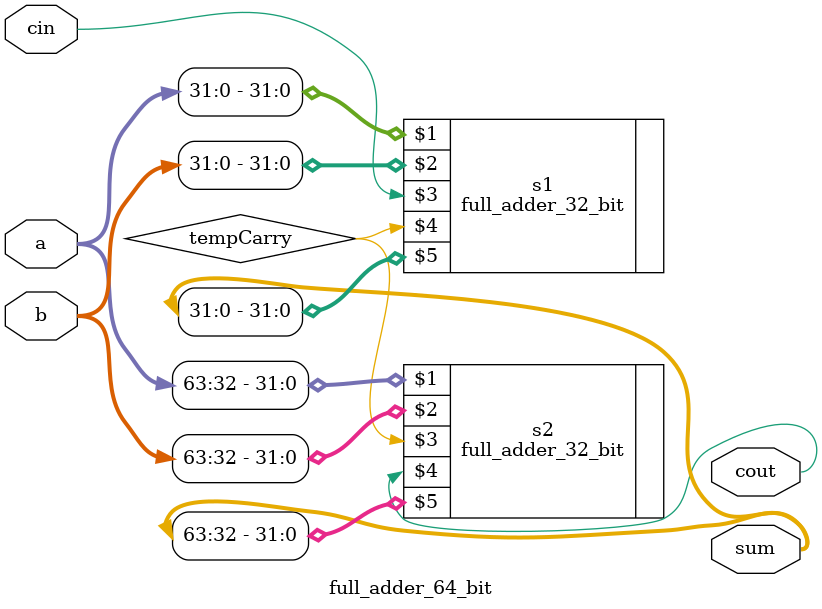
<source format=v>
`timescale 1ns / 1ps
module full_adder_64_bit (a, b, cin, cout, sum);
    input[63:0] a, b;               // two 64 bits inputs a and b
    input cin;                      // single bit input cin
    output [63:0] sum;              // 64 bits output sum
    output cout;                    // single bit output cout
    wire tempCarry;                 // single bit to store temporary carry

// construction of a 64 bit adder using two 32 bit adders
    full_adder_32_bit s1(a[31:0], b[31:0], cin, tempCarry, sum[31:0]);        // addition of 32 bits a[31:0] and b[31:0] using a 32-bit adder and saving of carry in tempCarry
    full_adder_32_bit s2(a[63:32], b[63:32], tempCarry, cout, sum[63:32]);    // addition of 32 bits a[63:32] and b[63:32] using a 32-bit adder and saving of carry in tempCarry
endmodule
</source>
